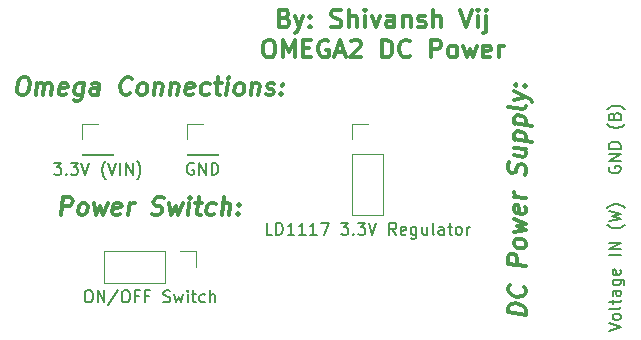
<source format=gbr>
G04 #@! TF.FileFunction,Legend,Top*
%FSLAX46Y46*%
G04 Gerber Fmt 4.6, Leading zero omitted, Abs format (unit mm)*
G04 Created by KiCad (PCBNEW 4.0.7) date 10/24/17 16:44:56*
%MOMM*%
%LPD*%
G01*
G04 APERTURE LIST*
%ADD10C,0.100000*%
%ADD11C,0.300000*%
%ADD12C,0.120000*%
%ADD13C,0.150000*%
G04 APERTURE END LIST*
D10*
D11*
X161968571Y-122158392D02*
X160468571Y-121970892D01*
X160468571Y-121613749D01*
X160540000Y-121408393D01*
X160682857Y-121283392D01*
X160825714Y-121229821D01*
X161111429Y-121194107D01*
X161325714Y-121220892D01*
X161611429Y-121328036D01*
X161754286Y-121417321D01*
X161897143Y-121578036D01*
X161968571Y-121801249D01*
X161968571Y-122158392D01*
X161825714Y-119783392D02*
X161897143Y-119863750D01*
X161968571Y-120086964D01*
X161968571Y-120229821D01*
X161897143Y-120435178D01*
X161754286Y-120560179D01*
X161611429Y-120613750D01*
X161325714Y-120649464D01*
X161111429Y-120622679D01*
X160825714Y-120515535D01*
X160682857Y-120426250D01*
X160540000Y-120265535D01*
X160468571Y-120042321D01*
X160468571Y-119899464D01*
X160540000Y-119694107D01*
X160611429Y-119631607D01*
X161968571Y-118015535D02*
X160468571Y-117828035D01*
X160468571Y-117256607D01*
X160540000Y-117122678D01*
X160611429Y-117060179D01*
X160754286Y-117006607D01*
X160968571Y-117033392D01*
X161111429Y-117122679D01*
X161182857Y-117203035D01*
X161254286Y-117354822D01*
X161254286Y-117926250D01*
X161968571Y-116301249D02*
X161897143Y-116435179D01*
X161825714Y-116497678D01*
X161682857Y-116551250D01*
X161254286Y-116497679D01*
X161111429Y-116408393D01*
X161040000Y-116328036D01*
X160968571Y-116176249D01*
X160968571Y-115961964D01*
X161040000Y-115828036D01*
X161111429Y-115765536D01*
X161254286Y-115711964D01*
X161682857Y-115765535D01*
X161825714Y-115854821D01*
X161897143Y-115935179D01*
X161968571Y-116086964D01*
X161968571Y-116301249D01*
X160968571Y-115176249D02*
X161968571Y-115015535D01*
X161254286Y-114640536D01*
X161968571Y-114444106D01*
X160968571Y-114033392D01*
X161897143Y-113006607D02*
X161968571Y-113158392D01*
X161968571Y-113444106D01*
X161897143Y-113578035D01*
X161754286Y-113631607D01*
X161182857Y-113560178D01*
X161040000Y-113470892D01*
X160968571Y-113319106D01*
X160968571Y-113033392D01*
X161040000Y-112899464D01*
X161182857Y-112845892D01*
X161325714Y-112863749D01*
X161468571Y-113595892D01*
X161968571Y-112301249D02*
X160968571Y-112176249D01*
X161254286Y-112211964D02*
X161111429Y-112122679D01*
X161040000Y-112042321D01*
X160968571Y-111890535D01*
X160968571Y-111747678D01*
X161897143Y-110292322D02*
X161968571Y-110086964D01*
X161968571Y-109729821D01*
X161897143Y-109578036D01*
X161825714Y-109497678D01*
X161682857Y-109408393D01*
X161540000Y-109390536D01*
X161397143Y-109444107D01*
X161325714Y-109506607D01*
X161254286Y-109640536D01*
X161182857Y-109917321D01*
X161111429Y-110051251D01*
X161040000Y-110113750D01*
X160897143Y-110167322D01*
X160754286Y-110149465D01*
X160611429Y-110060179D01*
X160540000Y-109979822D01*
X160468571Y-109828035D01*
X160468571Y-109470893D01*
X160540000Y-109265536D01*
X160968571Y-108033393D02*
X161968571Y-108158393D01*
X160968571Y-108676250D02*
X161754286Y-108774465D01*
X161897143Y-108720894D01*
X161968571Y-108586964D01*
X161968571Y-108372679D01*
X161897143Y-108220894D01*
X161825714Y-108140536D01*
X160968571Y-107319107D02*
X162468571Y-107506607D01*
X161040000Y-107328036D02*
X160968571Y-107176250D01*
X160968571Y-106890536D01*
X161040000Y-106756608D01*
X161111429Y-106694108D01*
X161254286Y-106640536D01*
X161682857Y-106694107D01*
X161825714Y-106783393D01*
X161897143Y-106863751D01*
X161968571Y-107015536D01*
X161968571Y-107301250D01*
X161897143Y-107435179D01*
X160968571Y-105961964D02*
X162468571Y-106149464D01*
X161040000Y-105970893D02*
X160968571Y-105819107D01*
X160968571Y-105533393D01*
X161040000Y-105399465D01*
X161111429Y-105336965D01*
X161254286Y-105283393D01*
X161682857Y-105336964D01*
X161825714Y-105426250D01*
X161897143Y-105506608D01*
X161968571Y-105658393D01*
X161968571Y-105944107D01*
X161897143Y-106078036D01*
X161968571Y-104515535D02*
X161897143Y-104649465D01*
X161754286Y-104703036D01*
X160468571Y-104542321D01*
X160968571Y-103961964D02*
X161968571Y-103729821D01*
X160968571Y-103247679D02*
X161968571Y-103729821D01*
X162325714Y-103917322D01*
X162397143Y-103997679D01*
X162468571Y-104149464D01*
X161825714Y-102783393D02*
X161897143Y-102720894D01*
X161968571Y-102801250D01*
X161897143Y-102863751D01*
X161825714Y-102783393D01*
X161968571Y-102801250D01*
X161040000Y-102685179D02*
X161111429Y-102622680D01*
X161182857Y-102703036D01*
X161111429Y-102765537D01*
X161040000Y-102685179D01*
X161182857Y-102703036D01*
X122590179Y-113708571D02*
X122777679Y-112208571D01*
X123349107Y-112208571D01*
X123483036Y-112280000D01*
X123545535Y-112351429D01*
X123599107Y-112494286D01*
X123572322Y-112708571D01*
X123483035Y-112851429D01*
X123402679Y-112922857D01*
X123250892Y-112994286D01*
X122679464Y-112994286D01*
X124304465Y-113708571D02*
X124170535Y-113637143D01*
X124108036Y-113565714D01*
X124054464Y-113422857D01*
X124108035Y-112994286D01*
X124197321Y-112851429D01*
X124277678Y-112780000D01*
X124429465Y-112708571D01*
X124643750Y-112708571D01*
X124777678Y-112780000D01*
X124840178Y-112851429D01*
X124893750Y-112994286D01*
X124840179Y-113422857D01*
X124750893Y-113565714D01*
X124670535Y-113637143D01*
X124518750Y-113708571D01*
X124304465Y-113708571D01*
X125429465Y-112708571D02*
X125590179Y-113708571D01*
X125965178Y-112994286D01*
X126161608Y-113708571D01*
X126572322Y-112708571D01*
X127599107Y-113637143D02*
X127447322Y-113708571D01*
X127161608Y-113708571D01*
X127027679Y-113637143D01*
X126974107Y-113494286D01*
X127045536Y-112922857D01*
X127134822Y-112780000D01*
X127286608Y-112708571D01*
X127572322Y-112708571D01*
X127706250Y-112780000D01*
X127759822Y-112922857D01*
X127741965Y-113065714D01*
X127009822Y-113208571D01*
X128304465Y-113708571D02*
X128429465Y-112708571D01*
X128393750Y-112994286D02*
X128483035Y-112851429D01*
X128563393Y-112780000D01*
X128715179Y-112708571D01*
X128858036Y-112708571D01*
X130313392Y-113637143D02*
X130518750Y-113708571D01*
X130875893Y-113708571D01*
X131027678Y-113637143D01*
X131108036Y-113565714D01*
X131197321Y-113422857D01*
X131215178Y-113280000D01*
X131161607Y-113137143D01*
X131099107Y-113065714D01*
X130965178Y-112994286D01*
X130688393Y-112922857D01*
X130554463Y-112851429D01*
X130491964Y-112780000D01*
X130438392Y-112637143D01*
X130456249Y-112494286D01*
X130545535Y-112351429D01*
X130625892Y-112280000D01*
X130777679Y-112208571D01*
X131134821Y-112208571D01*
X131340178Y-112280000D01*
X131786607Y-112708571D02*
X131947321Y-113708571D01*
X132322320Y-112994286D01*
X132518750Y-113708571D01*
X132929464Y-112708571D01*
X133375893Y-113708571D02*
X133500893Y-112708571D01*
X133563393Y-112208571D02*
X133483035Y-112280000D01*
X133545535Y-112351429D01*
X133625892Y-112280000D01*
X133563393Y-112208571D01*
X133545535Y-112351429D01*
X134000893Y-112708571D02*
X134572322Y-112708571D01*
X134277679Y-112208571D02*
X134116964Y-113494286D01*
X134170535Y-113637143D01*
X134304465Y-113708571D01*
X134447322Y-113708571D01*
X135599107Y-113637143D02*
X135447322Y-113708571D01*
X135161608Y-113708571D01*
X135027678Y-113637143D01*
X134965179Y-113565714D01*
X134911607Y-113422857D01*
X134965178Y-112994286D01*
X135054464Y-112851429D01*
X135134821Y-112780000D01*
X135286608Y-112708571D01*
X135572322Y-112708571D01*
X135706250Y-112780000D01*
X136233036Y-113708571D02*
X136420536Y-112208571D01*
X136875893Y-113708571D02*
X136974107Y-112922857D01*
X136920535Y-112780000D01*
X136786607Y-112708571D01*
X136572322Y-112708571D01*
X136420535Y-112780000D01*
X136340178Y-112851429D01*
X137608036Y-113565714D02*
X137670535Y-113637143D01*
X137590179Y-113708571D01*
X137527678Y-113637143D01*
X137608036Y-113565714D01*
X137590179Y-113708571D01*
X137706250Y-112780000D02*
X137768749Y-112851429D01*
X137688393Y-112922857D01*
X137625892Y-112851429D01*
X137706250Y-112780000D01*
X137688393Y-112922857D01*
X119384821Y-102048571D02*
X119670535Y-102048571D01*
X119804464Y-102120000D01*
X119929464Y-102262857D01*
X119965178Y-102548571D01*
X119902678Y-103048571D01*
X119795535Y-103334286D01*
X119634821Y-103477143D01*
X119483035Y-103548571D01*
X119197321Y-103548571D01*
X119063392Y-103477143D01*
X118938392Y-103334286D01*
X118902678Y-103048571D01*
X118965178Y-102548571D01*
X119072321Y-102262857D01*
X119233035Y-102120000D01*
X119384821Y-102048571D01*
X120483036Y-103548571D02*
X120608036Y-102548571D01*
X120590178Y-102691429D02*
X120670535Y-102620000D01*
X120822322Y-102548571D01*
X121036607Y-102548571D01*
X121170535Y-102620000D01*
X121224107Y-102762857D01*
X121125893Y-103548571D01*
X121224107Y-102762857D02*
X121313393Y-102620000D01*
X121465179Y-102548571D01*
X121679464Y-102548571D01*
X121813393Y-102620000D01*
X121866964Y-102762857D01*
X121768750Y-103548571D01*
X123063392Y-103477143D02*
X122911607Y-103548571D01*
X122625893Y-103548571D01*
X122491964Y-103477143D01*
X122438392Y-103334286D01*
X122509821Y-102762857D01*
X122599107Y-102620000D01*
X122750893Y-102548571D01*
X123036607Y-102548571D01*
X123170535Y-102620000D01*
X123224107Y-102762857D01*
X123206250Y-102905714D01*
X122474107Y-103048571D01*
X124536607Y-102548571D02*
X124384821Y-103762857D01*
X124295535Y-103905714D01*
X124215178Y-103977143D01*
X124063393Y-104048571D01*
X123849107Y-104048571D01*
X123715178Y-103977143D01*
X124420535Y-103477143D02*
X124268750Y-103548571D01*
X123983036Y-103548571D01*
X123849106Y-103477143D01*
X123786607Y-103405714D01*
X123733035Y-103262857D01*
X123786606Y-102834286D01*
X123875892Y-102691429D01*
X123956249Y-102620000D01*
X124108036Y-102548571D01*
X124393750Y-102548571D01*
X124527678Y-102620000D01*
X125768750Y-103548571D02*
X125866964Y-102762857D01*
X125813392Y-102620000D01*
X125679464Y-102548571D01*
X125393750Y-102548571D01*
X125241964Y-102620000D01*
X125777678Y-103477143D02*
X125625893Y-103548571D01*
X125268750Y-103548571D01*
X125134821Y-103477143D01*
X125081249Y-103334286D01*
X125099106Y-103191429D01*
X125188393Y-103048571D01*
X125340178Y-102977143D01*
X125697321Y-102977143D01*
X125849107Y-102905714D01*
X128500893Y-103405714D02*
X128420535Y-103477143D01*
X128197321Y-103548571D01*
X128054464Y-103548571D01*
X127849107Y-103477143D01*
X127724106Y-103334286D01*
X127670535Y-103191429D01*
X127634821Y-102905714D01*
X127661606Y-102691429D01*
X127768750Y-102405714D01*
X127858035Y-102262857D01*
X128018750Y-102120000D01*
X128241964Y-102048571D01*
X128384821Y-102048571D01*
X128590178Y-102120000D01*
X128652678Y-102191429D01*
X129340179Y-103548571D02*
X129206249Y-103477143D01*
X129143750Y-103405714D01*
X129090178Y-103262857D01*
X129143749Y-102834286D01*
X129233035Y-102691429D01*
X129313392Y-102620000D01*
X129465179Y-102548571D01*
X129679464Y-102548571D01*
X129813392Y-102620000D01*
X129875892Y-102691429D01*
X129929464Y-102834286D01*
X129875893Y-103262857D01*
X129786607Y-103405714D01*
X129706249Y-103477143D01*
X129554464Y-103548571D01*
X129340179Y-103548571D01*
X130608036Y-102548571D02*
X130483036Y-103548571D01*
X130590178Y-102691429D02*
X130670535Y-102620000D01*
X130822322Y-102548571D01*
X131036607Y-102548571D01*
X131170535Y-102620000D01*
X131224107Y-102762857D01*
X131125893Y-103548571D01*
X131965179Y-102548571D02*
X131840179Y-103548571D01*
X131947321Y-102691429D02*
X132027678Y-102620000D01*
X132179465Y-102548571D01*
X132393750Y-102548571D01*
X132527678Y-102620000D01*
X132581250Y-102762857D01*
X132483036Y-103548571D01*
X133777678Y-103477143D02*
X133625893Y-103548571D01*
X133340179Y-103548571D01*
X133206250Y-103477143D01*
X133152678Y-103334286D01*
X133224107Y-102762857D01*
X133313393Y-102620000D01*
X133465179Y-102548571D01*
X133750893Y-102548571D01*
X133884821Y-102620000D01*
X133938393Y-102762857D01*
X133920536Y-102905714D01*
X133188393Y-103048571D01*
X135134821Y-103477143D02*
X134983036Y-103548571D01*
X134697322Y-103548571D01*
X134563392Y-103477143D01*
X134500893Y-103405714D01*
X134447321Y-103262857D01*
X134500892Y-102834286D01*
X134590178Y-102691429D01*
X134670535Y-102620000D01*
X134822322Y-102548571D01*
X135108036Y-102548571D01*
X135241964Y-102620000D01*
X135679464Y-102548571D02*
X136250893Y-102548571D01*
X135956250Y-102048571D02*
X135795535Y-103334286D01*
X135849106Y-103477143D01*
X135983036Y-103548571D01*
X136125893Y-103548571D01*
X136625893Y-103548571D02*
X136750893Y-102548571D01*
X136813393Y-102048571D02*
X136733035Y-102120000D01*
X136795535Y-102191429D01*
X136875892Y-102120000D01*
X136813393Y-102048571D01*
X136795535Y-102191429D01*
X137554465Y-103548571D02*
X137420535Y-103477143D01*
X137358036Y-103405714D01*
X137304464Y-103262857D01*
X137358035Y-102834286D01*
X137447321Y-102691429D01*
X137527678Y-102620000D01*
X137679465Y-102548571D01*
X137893750Y-102548571D01*
X138027678Y-102620000D01*
X138090178Y-102691429D01*
X138143750Y-102834286D01*
X138090179Y-103262857D01*
X138000893Y-103405714D01*
X137920535Y-103477143D01*
X137768750Y-103548571D01*
X137554465Y-103548571D01*
X138822322Y-102548571D02*
X138697322Y-103548571D01*
X138804464Y-102691429D02*
X138884821Y-102620000D01*
X139036608Y-102548571D01*
X139250893Y-102548571D01*
X139384821Y-102620000D01*
X139438393Y-102762857D01*
X139340179Y-103548571D01*
X139991964Y-103477143D02*
X140125893Y-103548571D01*
X140411608Y-103548571D01*
X140563393Y-103477143D01*
X140652678Y-103334286D01*
X140661607Y-103262857D01*
X140608036Y-103120000D01*
X140474108Y-103048571D01*
X140259822Y-103048571D01*
X140125893Y-102977143D01*
X140072321Y-102834286D01*
X140081250Y-102762857D01*
X140170536Y-102620000D01*
X140322322Y-102548571D01*
X140536608Y-102548571D01*
X140670536Y-102620000D01*
X141286608Y-103405714D02*
X141349107Y-103477143D01*
X141268751Y-103548571D01*
X141206250Y-103477143D01*
X141286608Y-103405714D01*
X141268751Y-103548571D01*
X141384822Y-102620000D02*
X141447321Y-102691429D01*
X141366965Y-102762857D01*
X141304464Y-102691429D01*
X141384822Y-102620000D01*
X141366965Y-102762857D01*
X141574286Y-97042857D02*
X141788572Y-97114286D01*
X141860000Y-97185714D01*
X141931429Y-97328571D01*
X141931429Y-97542857D01*
X141860000Y-97685714D01*
X141788572Y-97757143D01*
X141645714Y-97828571D01*
X141074286Y-97828571D01*
X141074286Y-96328571D01*
X141574286Y-96328571D01*
X141717143Y-96400000D01*
X141788572Y-96471429D01*
X141860000Y-96614286D01*
X141860000Y-96757143D01*
X141788572Y-96900000D01*
X141717143Y-96971429D01*
X141574286Y-97042857D01*
X141074286Y-97042857D01*
X142431429Y-96828571D02*
X142788572Y-97828571D01*
X143145714Y-96828571D02*
X142788572Y-97828571D01*
X142645714Y-98185714D01*
X142574286Y-98257143D01*
X142431429Y-98328571D01*
X143717143Y-97685714D02*
X143788571Y-97757143D01*
X143717143Y-97828571D01*
X143645714Y-97757143D01*
X143717143Y-97685714D01*
X143717143Y-97828571D01*
X143717143Y-96900000D02*
X143788571Y-96971429D01*
X143717143Y-97042857D01*
X143645714Y-96971429D01*
X143717143Y-96900000D01*
X143717143Y-97042857D01*
X145502857Y-97757143D02*
X145717143Y-97828571D01*
X146074286Y-97828571D01*
X146217143Y-97757143D01*
X146288572Y-97685714D01*
X146360000Y-97542857D01*
X146360000Y-97400000D01*
X146288572Y-97257143D01*
X146217143Y-97185714D01*
X146074286Y-97114286D01*
X145788572Y-97042857D01*
X145645714Y-96971429D01*
X145574286Y-96900000D01*
X145502857Y-96757143D01*
X145502857Y-96614286D01*
X145574286Y-96471429D01*
X145645714Y-96400000D01*
X145788572Y-96328571D01*
X146145714Y-96328571D01*
X146360000Y-96400000D01*
X147002857Y-97828571D02*
X147002857Y-96328571D01*
X147645714Y-97828571D02*
X147645714Y-97042857D01*
X147574285Y-96900000D01*
X147431428Y-96828571D01*
X147217143Y-96828571D01*
X147074285Y-96900000D01*
X147002857Y-96971429D01*
X148360000Y-97828571D02*
X148360000Y-96828571D01*
X148360000Y-96328571D02*
X148288571Y-96400000D01*
X148360000Y-96471429D01*
X148431428Y-96400000D01*
X148360000Y-96328571D01*
X148360000Y-96471429D01*
X148931429Y-96828571D02*
X149288572Y-97828571D01*
X149645714Y-96828571D01*
X150860000Y-97828571D02*
X150860000Y-97042857D01*
X150788571Y-96900000D01*
X150645714Y-96828571D01*
X150360000Y-96828571D01*
X150217143Y-96900000D01*
X150860000Y-97757143D02*
X150717143Y-97828571D01*
X150360000Y-97828571D01*
X150217143Y-97757143D01*
X150145714Y-97614286D01*
X150145714Y-97471429D01*
X150217143Y-97328571D01*
X150360000Y-97257143D01*
X150717143Y-97257143D01*
X150860000Y-97185714D01*
X151574286Y-96828571D02*
X151574286Y-97828571D01*
X151574286Y-96971429D02*
X151645714Y-96900000D01*
X151788572Y-96828571D01*
X152002857Y-96828571D01*
X152145714Y-96900000D01*
X152217143Y-97042857D01*
X152217143Y-97828571D01*
X152860000Y-97757143D02*
X153002857Y-97828571D01*
X153288572Y-97828571D01*
X153431429Y-97757143D01*
X153502857Y-97614286D01*
X153502857Y-97542857D01*
X153431429Y-97400000D01*
X153288572Y-97328571D01*
X153074286Y-97328571D01*
X152931429Y-97257143D01*
X152860000Y-97114286D01*
X152860000Y-97042857D01*
X152931429Y-96900000D01*
X153074286Y-96828571D01*
X153288572Y-96828571D01*
X153431429Y-96900000D01*
X154145715Y-97828571D02*
X154145715Y-96328571D01*
X154788572Y-97828571D02*
X154788572Y-97042857D01*
X154717143Y-96900000D01*
X154574286Y-96828571D01*
X154360001Y-96828571D01*
X154217143Y-96900000D01*
X154145715Y-96971429D01*
X156431429Y-96328571D02*
X156931429Y-97828571D01*
X157431429Y-96328571D01*
X157931429Y-97828571D02*
X157931429Y-96828571D01*
X157931429Y-96328571D02*
X157860000Y-96400000D01*
X157931429Y-96471429D01*
X158002857Y-96400000D01*
X157931429Y-96328571D01*
X157931429Y-96471429D01*
X158645715Y-96828571D02*
X158645715Y-98114286D01*
X158574286Y-98257143D01*
X158431429Y-98328571D01*
X158360001Y-98328571D01*
X158645715Y-96328571D02*
X158574286Y-96400000D01*
X158645715Y-96471429D01*
X158717143Y-96400000D01*
X158645715Y-96328571D01*
X158645715Y-96471429D01*
X140110000Y-98878571D02*
X140395714Y-98878571D01*
X140538572Y-98950000D01*
X140681429Y-99092857D01*
X140752857Y-99378571D01*
X140752857Y-99878571D01*
X140681429Y-100164286D01*
X140538572Y-100307143D01*
X140395714Y-100378571D01*
X140110000Y-100378571D01*
X139967143Y-100307143D01*
X139824286Y-100164286D01*
X139752857Y-99878571D01*
X139752857Y-99378571D01*
X139824286Y-99092857D01*
X139967143Y-98950000D01*
X140110000Y-98878571D01*
X141395715Y-100378571D02*
X141395715Y-98878571D01*
X141895715Y-99950000D01*
X142395715Y-98878571D01*
X142395715Y-100378571D01*
X143110001Y-99592857D02*
X143610001Y-99592857D01*
X143824287Y-100378571D02*
X143110001Y-100378571D01*
X143110001Y-98878571D01*
X143824287Y-98878571D01*
X145252858Y-98950000D02*
X145110001Y-98878571D01*
X144895715Y-98878571D01*
X144681430Y-98950000D01*
X144538572Y-99092857D01*
X144467144Y-99235714D01*
X144395715Y-99521429D01*
X144395715Y-99735714D01*
X144467144Y-100021429D01*
X144538572Y-100164286D01*
X144681430Y-100307143D01*
X144895715Y-100378571D01*
X145038572Y-100378571D01*
X145252858Y-100307143D01*
X145324287Y-100235714D01*
X145324287Y-99735714D01*
X145038572Y-99735714D01*
X145895715Y-99950000D02*
X146610001Y-99950000D01*
X145752858Y-100378571D02*
X146252858Y-98878571D01*
X146752858Y-100378571D01*
X147181429Y-99021429D02*
X147252858Y-98950000D01*
X147395715Y-98878571D01*
X147752858Y-98878571D01*
X147895715Y-98950000D01*
X147967144Y-99021429D01*
X148038572Y-99164286D01*
X148038572Y-99307143D01*
X147967144Y-99521429D01*
X147110001Y-100378571D01*
X148038572Y-100378571D01*
X149824286Y-100378571D02*
X149824286Y-98878571D01*
X150181429Y-98878571D01*
X150395714Y-98950000D01*
X150538572Y-99092857D01*
X150610000Y-99235714D01*
X150681429Y-99521429D01*
X150681429Y-99735714D01*
X150610000Y-100021429D01*
X150538572Y-100164286D01*
X150395714Y-100307143D01*
X150181429Y-100378571D01*
X149824286Y-100378571D01*
X152181429Y-100235714D02*
X152110000Y-100307143D01*
X151895714Y-100378571D01*
X151752857Y-100378571D01*
X151538572Y-100307143D01*
X151395714Y-100164286D01*
X151324286Y-100021429D01*
X151252857Y-99735714D01*
X151252857Y-99521429D01*
X151324286Y-99235714D01*
X151395714Y-99092857D01*
X151538572Y-98950000D01*
X151752857Y-98878571D01*
X151895714Y-98878571D01*
X152110000Y-98950000D01*
X152181429Y-99021429D01*
X153967143Y-100378571D02*
X153967143Y-98878571D01*
X154538571Y-98878571D01*
X154681429Y-98950000D01*
X154752857Y-99021429D01*
X154824286Y-99164286D01*
X154824286Y-99378571D01*
X154752857Y-99521429D01*
X154681429Y-99592857D01*
X154538571Y-99664286D01*
X153967143Y-99664286D01*
X155681429Y-100378571D02*
X155538571Y-100307143D01*
X155467143Y-100235714D01*
X155395714Y-100092857D01*
X155395714Y-99664286D01*
X155467143Y-99521429D01*
X155538571Y-99450000D01*
X155681429Y-99378571D01*
X155895714Y-99378571D01*
X156038571Y-99450000D01*
X156110000Y-99521429D01*
X156181429Y-99664286D01*
X156181429Y-100092857D01*
X156110000Y-100235714D01*
X156038571Y-100307143D01*
X155895714Y-100378571D01*
X155681429Y-100378571D01*
X156681429Y-99378571D02*
X156967143Y-100378571D01*
X157252857Y-99664286D01*
X157538572Y-100378571D01*
X157824286Y-99378571D01*
X158967143Y-100307143D02*
X158824286Y-100378571D01*
X158538572Y-100378571D01*
X158395715Y-100307143D01*
X158324286Y-100164286D01*
X158324286Y-99592857D01*
X158395715Y-99450000D01*
X158538572Y-99378571D01*
X158824286Y-99378571D01*
X158967143Y-99450000D01*
X159038572Y-99592857D01*
X159038572Y-99735714D01*
X158324286Y-99878571D01*
X159681429Y-100378571D02*
X159681429Y-99378571D01*
X159681429Y-99664286D02*
X159752857Y-99521429D01*
X159824286Y-99450000D01*
X159967143Y-99378571D01*
X160110000Y-99378571D01*
D12*
X133290000Y-108585000D02*
X133290000Y-108645000D01*
X133290000Y-108645000D02*
X135950000Y-108645000D01*
X135950000Y-108645000D02*
X135950000Y-108585000D01*
X135950000Y-108585000D02*
X133290000Y-108585000D01*
X133290000Y-107315000D02*
X133290000Y-105985000D01*
X133290000Y-105985000D02*
X134620000Y-105985000D01*
X124400000Y-108585000D02*
X124400000Y-108645000D01*
X124400000Y-108645000D02*
X127060000Y-108645000D01*
X127060000Y-108645000D02*
X127060000Y-108585000D01*
X127060000Y-108585000D02*
X124400000Y-108585000D01*
X124400000Y-107315000D02*
X124400000Y-105985000D01*
X124400000Y-105985000D02*
X125730000Y-105985000D01*
X131445000Y-116780000D02*
X126305000Y-116780000D01*
X126305000Y-116780000D02*
X126305000Y-119440000D01*
X126305000Y-119440000D02*
X131445000Y-119440000D01*
X131445000Y-119440000D02*
X131445000Y-116780000D01*
X132715000Y-116780000D02*
X134045000Y-116780000D01*
X134045000Y-116780000D02*
X134045000Y-118110000D01*
X147260000Y-108585000D02*
X147260000Y-113725000D01*
X147260000Y-113725000D02*
X149920000Y-113725000D01*
X149920000Y-113725000D02*
X149920000Y-108585000D01*
X149920000Y-108585000D02*
X147260000Y-108585000D01*
X147260000Y-107315000D02*
X147260000Y-105985000D01*
X147260000Y-105985000D02*
X148590000Y-105985000D01*
D13*
X168997381Y-123538572D02*
X169997381Y-123205239D01*
X168997381Y-122871905D01*
X169997381Y-122395715D02*
X169949762Y-122490953D01*
X169902143Y-122538572D01*
X169806905Y-122586191D01*
X169521190Y-122586191D01*
X169425952Y-122538572D01*
X169378333Y-122490953D01*
X169330714Y-122395715D01*
X169330714Y-122252857D01*
X169378333Y-122157619D01*
X169425952Y-122110000D01*
X169521190Y-122062381D01*
X169806905Y-122062381D01*
X169902143Y-122110000D01*
X169949762Y-122157619D01*
X169997381Y-122252857D01*
X169997381Y-122395715D01*
X169997381Y-121490953D02*
X169949762Y-121586191D01*
X169854524Y-121633810D01*
X168997381Y-121633810D01*
X169330714Y-121252857D02*
X169330714Y-120871905D01*
X168997381Y-121110000D02*
X169854524Y-121110000D01*
X169949762Y-121062381D01*
X169997381Y-120967143D01*
X169997381Y-120871905D01*
X169997381Y-120109999D02*
X169473571Y-120109999D01*
X169378333Y-120157618D01*
X169330714Y-120252856D01*
X169330714Y-120443333D01*
X169378333Y-120538571D01*
X169949762Y-120109999D02*
X169997381Y-120205237D01*
X169997381Y-120443333D01*
X169949762Y-120538571D01*
X169854524Y-120586190D01*
X169759286Y-120586190D01*
X169664048Y-120538571D01*
X169616429Y-120443333D01*
X169616429Y-120205237D01*
X169568810Y-120109999D01*
X169330714Y-119205237D02*
X170140238Y-119205237D01*
X170235476Y-119252856D01*
X170283095Y-119300475D01*
X170330714Y-119395714D01*
X170330714Y-119538571D01*
X170283095Y-119633809D01*
X169949762Y-119205237D02*
X169997381Y-119300475D01*
X169997381Y-119490952D01*
X169949762Y-119586190D01*
X169902143Y-119633809D01*
X169806905Y-119681428D01*
X169521190Y-119681428D01*
X169425952Y-119633809D01*
X169378333Y-119586190D01*
X169330714Y-119490952D01*
X169330714Y-119300475D01*
X169378333Y-119205237D01*
X169949762Y-118348094D02*
X169997381Y-118443332D01*
X169997381Y-118633809D01*
X169949762Y-118729047D01*
X169854524Y-118776666D01*
X169473571Y-118776666D01*
X169378333Y-118729047D01*
X169330714Y-118633809D01*
X169330714Y-118443332D01*
X169378333Y-118348094D01*
X169473571Y-118300475D01*
X169568810Y-118300475D01*
X169664048Y-118776666D01*
X169997381Y-117109999D02*
X168997381Y-117109999D01*
X169997381Y-116633809D02*
X168997381Y-116633809D01*
X169997381Y-116062380D01*
X168997381Y-116062380D01*
X170378333Y-114538570D02*
X170330714Y-114586190D01*
X170187857Y-114681428D01*
X170092619Y-114729047D01*
X169949762Y-114776666D01*
X169711667Y-114824285D01*
X169521190Y-114824285D01*
X169283095Y-114776666D01*
X169140238Y-114729047D01*
X169045000Y-114681428D01*
X168902143Y-114586190D01*
X168854524Y-114538570D01*
X168997381Y-114252856D02*
X169997381Y-114014761D01*
X169283095Y-113824284D01*
X169997381Y-113633808D01*
X168997381Y-113395713D01*
X170378333Y-113109999D02*
X170330714Y-113062380D01*
X170187857Y-112967142D01*
X170092619Y-112919523D01*
X169949762Y-112871904D01*
X169711667Y-112824285D01*
X169521190Y-112824285D01*
X169283095Y-112871904D01*
X169140238Y-112919523D01*
X169045000Y-112967142D01*
X168902143Y-113062380D01*
X168854524Y-113109999D01*
X133858096Y-109355000D02*
X133762858Y-109307381D01*
X133620001Y-109307381D01*
X133477143Y-109355000D01*
X133381905Y-109450238D01*
X133334286Y-109545476D01*
X133286667Y-109735952D01*
X133286667Y-109878810D01*
X133334286Y-110069286D01*
X133381905Y-110164524D01*
X133477143Y-110259762D01*
X133620001Y-110307381D01*
X133715239Y-110307381D01*
X133858096Y-110259762D01*
X133905715Y-110212143D01*
X133905715Y-109878810D01*
X133715239Y-109878810D01*
X134334286Y-110307381D02*
X134334286Y-109307381D01*
X134905715Y-110307381D01*
X134905715Y-109307381D01*
X135381905Y-110307381D02*
X135381905Y-109307381D01*
X135620000Y-109307381D01*
X135762858Y-109355000D01*
X135858096Y-109450238D01*
X135905715Y-109545476D01*
X135953334Y-109735952D01*
X135953334Y-109878810D01*
X135905715Y-110069286D01*
X135858096Y-110164524D01*
X135762858Y-110259762D01*
X135620000Y-110307381D01*
X135381905Y-110307381D01*
X122015714Y-109307381D02*
X122634762Y-109307381D01*
X122301428Y-109688333D01*
X122444286Y-109688333D01*
X122539524Y-109735952D01*
X122587143Y-109783571D01*
X122634762Y-109878810D01*
X122634762Y-110116905D01*
X122587143Y-110212143D01*
X122539524Y-110259762D01*
X122444286Y-110307381D01*
X122158571Y-110307381D01*
X122063333Y-110259762D01*
X122015714Y-110212143D01*
X123063333Y-110212143D02*
X123110952Y-110259762D01*
X123063333Y-110307381D01*
X123015714Y-110259762D01*
X123063333Y-110212143D01*
X123063333Y-110307381D01*
X123444285Y-109307381D02*
X124063333Y-109307381D01*
X123729999Y-109688333D01*
X123872857Y-109688333D01*
X123968095Y-109735952D01*
X124015714Y-109783571D01*
X124063333Y-109878810D01*
X124063333Y-110116905D01*
X124015714Y-110212143D01*
X123968095Y-110259762D01*
X123872857Y-110307381D01*
X123587142Y-110307381D01*
X123491904Y-110259762D01*
X123444285Y-110212143D01*
X124349047Y-109307381D02*
X124682380Y-110307381D01*
X125015714Y-109307381D01*
X126396667Y-110688333D02*
X126349047Y-110640714D01*
X126253809Y-110497857D01*
X126206190Y-110402619D01*
X126158571Y-110259762D01*
X126110952Y-110021667D01*
X126110952Y-109831190D01*
X126158571Y-109593095D01*
X126206190Y-109450238D01*
X126253809Y-109355000D01*
X126349047Y-109212143D01*
X126396667Y-109164524D01*
X126634762Y-109307381D02*
X126968095Y-110307381D01*
X127301429Y-109307381D01*
X127634762Y-110307381D02*
X127634762Y-109307381D01*
X128110952Y-110307381D02*
X128110952Y-109307381D01*
X128682381Y-110307381D01*
X128682381Y-109307381D01*
X129063333Y-110688333D02*
X129110952Y-110640714D01*
X129206190Y-110497857D01*
X129253809Y-110402619D01*
X129301428Y-110259762D01*
X129349047Y-110021667D01*
X129349047Y-109831190D01*
X129301428Y-109593095D01*
X129253809Y-109450238D01*
X129206190Y-109355000D01*
X129110952Y-109212143D01*
X129063333Y-109164524D01*
X169045000Y-109624524D02*
X168997381Y-109719762D01*
X168997381Y-109862619D01*
X169045000Y-110005477D01*
X169140238Y-110100715D01*
X169235476Y-110148334D01*
X169425952Y-110195953D01*
X169568810Y-110195953D01*
X169759286Y-110148334D01*
X169854524Y-110100715D01*
X169949762Y-110005477D01*
X169997381Y-109862619D01*
X169997381Y-109767381D01*
X169949762Y-109624524D01*
X169902143Y-109576905D01*
X169568810Y-109576905D01*
X169568810Y-109767381D01*
X169997381Y-109148334D02*
X168997381Y-109148334D01*
X169997381Y-108576905D01*
X168997381Y-108576905D01*
X169997381Y-108100715D02*
X168997381Y-108100715D01*
X168997381Y-107862620D01*
X169045000Y-107719762D01*
X169140238Y-107624524D01*
X169235476Y-107576905D01*
X169425952Y-107529286D01*
X169568810Y-107529286D01*
X169759286Y-107576905D01*
X169854524Y-107624524D01*
X169949762Y-107719762D01*
X169997381Y-107862620D01*
X169997381Y-108100715D01*
X170378333Y-106053095D02*
X170330714Y-106100715D01*
X170187857Y-106195953D01*
X170092619Y-106243572D01*
X169949762Y-106291191D01*
X169711667Y-106338810D01*
X169521190Y-106338810D01*
X169283095Y-106291191D01*
X169140238Y-106243572D01*
X169045000Y-106195953D01*
X168902143Y-106100715D01*
X168854524Y-106053095D01*
X169473571Y-105338809D02*
X169521190Y-105195952D01*
X169568810Y-105148333D01*
X169664048Y-105100714D01*
X169806905Y-105100714D01*
X169902143Y-105148333D01*
X169949762Y-105195952D01*
X169997381Y-105291190D01*
X169997381Y-105672143D01*
X168997381Y-105672143D01*
X168997381Y-105338809D01*
X169045000Y-105243571D01*
X169092619Y-105195952D01*
X169187857Y-105148333D01*
X169283095Y-105148333D01*
X169378333Y-105195952D01*
X169425952Y-105243571D01*
X169473571Y-105338809D01*
X169473571Y-105672143D01*
X170378333Y-104767381D02*
X170330714Y-104719762D01*
X170187857Y-104624524D01*
X170092619Y-104576905D01*
X169949762Y-104529286D01*
X169711667Y-104481667D01*
X169521190Y-104481667D01*
X169283095Y-104529286D01*
X169140238Y-104576905D01*
X169045000Y-104624524D01*
X168902143Y-104719762D01*
X168854524Y-104767381D01*
X124865476Y-120102381D02*
X125055953Y-120102381D01*
X125151191Y-120150000D01*
X125246429Y-120245238D01*
X125294048Y-120435714D01*
X125294048Y-120769048D01*
X125246429Y-120959524D01*
X125151191Y-121054762D01*
X125055953Y-121102381D01*
X124865476Y-121102381D01*
X124770238Y-121054762D01*
X124675000Y-120959524D01*
X124627381Y-120769048D01*
X124627381Y-120435714D01*
X124675000Y-120245238D01*
X124770238Y-120150000D01*
X124865476Y-120102381D01*
X125722619Y-121102381D02*
X125722619Y-120102381D01*
X126294048Y-121102381D01*
X126294048Y-120102381D01*
X127484524Y-120054762D02*
X126627381Y-121340476D01*
X128008333Y-120102381D02*
X128198810Y-120102381D01*
X128294048Y-120150000D01*
X128389286Y-120245238D01*
X128436905Y-120435714D01*
X128436905Y-120769048D01*
X128389286Y-120959524D01*
X128294048Y-121054762D01*
X128198810Y-121102381D01*
X128008333Y-121102381D01*
X127913095Y-121054762D01*
X127817857Y-120959524D01*
X127770238Y-120769048D01*
X127770238Y-120435714D01*
X127817857Y-120245238D01*
X127913095Y-120150000D01*
X128008333Y-120102381D01*
X129198810Y-120578571D02*
X128865476Y-120578571D01*
X128865476Y-121102381D02*
X128865476Y-120102381D01*
X129341667Y-120102381D01*
X130055953Y-120578571D02*
X129722619Y-120578571D01*
X129722619Y-121102381D02*
X129722619Y-120102381D01*
X130198810Y-120102381D01*
X131294048Y-121054762D02*
X131436905Y-121102381D01*
X131675001Y-121102381D01*
X131770239Y-121054762D01*
X131817858Y-121007143D01*
X131865477Y-120911905D01*
X131865477Y-120816667D01*
X131817858Y-120721429D01*
X131770239Y-120673810D01*
X131675001Y-120626190D01*
X131484524Y-120578571D01*
X131389286Y-120530952D01*
X131341667Y-120483333D01*
X131294048Y-120388095D01*
X131294048Y-120292857D01*
X131341667Y-120197619D01*
X131389286Y-120150000D01*
X131484524Y-120102381D01*
X131722620Y-120102381D01*
X131865477Y-120150000D01*
X132198810Y-120435714D02*
X132389286Y-121102381D01*
X132579763Y-120626190D01*
X132770239Y-121102381D01*
X132960715Y-120435714D01*
X133341667Y-121102381D02*
X133341667Y-120435714D01*
X133341667Y-120102381D02*
X133294048Y-120150000D01*
X133341667Y-120197619D01*
X133389286Y-120150000D01*
X133341667Y-120102381D01*
X133341667Y-120197619D01*
X133675000Y-120435714D02*
X134055952Y-120435714D01*
X133817857Y-120102381D02*
X133817857Y-120959524D01*
X133865476Y-121054762D01*
X133960714Y-121102381D01*
X134055952Y-121102381D01*
X134817858Y-121054762D02*
X134722620Y-121102381D01*
X134532143Y-121102381D01*
X134436905Y-121054762D01*
X134389286Y-121007143D01*
X134341667Y-120911905D01*
X134341667Y-120626190D01*
X134389286Y-120530952D01*
X134436905Y-120483333D01*
X134532143Y-120435714D01*
X134722620Y-120435714D01*
X134817858Y-120483333D01*
X135246429Y-121102381D02*
X135246429Y-120102381D01*
X135675001Y-121102381D02*
X135675001Y-120578571D01*
X135627382Y-120483333D01*
X135532144Y-120435714D01*
X135389286Y-120435714D01*
X135294048Y-120483333D01*
X135246429Y-120530952D01*
X140518571Y-115387381D02*
X140042380Y-115387381D01*
X140042380Y-114387381D01*
X140851904Y-115387381D02*
X140851904Y-114387381D01*
X141089999Y-114387381D01*
X141232857Y-114435000D01*
X141328095Y-114530238D01*
X141375714Y-114625476D01*
X141423333Y-114815952D01*
X141423333Y-114958810D01*
X141375714Y-115149286D01*
X141328095Y-115244524D01*
X141232857Y-115339762D01*
X141089999Y-115387381D01*
X140851904Y-115387381D01*
X142375714Y-115387381D02*
X141804285Y-115387381D01*
X142089999Y-115387381D02*
X142089999Y-114387381D01*
X141994761Y-114530238D01*
X141899523Y-114625476D01*
X141804285Y-114673095D01*
X143328095Y-115387381D02*
X142756666Y-115387381D01*
X143042380Y-115387381D02*
X143042380Y-114387381D01*
X142947142Y-114530238D01*
X142851904Y-114625476D01*
X142756666Y-114673095D01*
X144280476Y-115387381D02*
X143709047Y-115387381D01*
X143994761Y-115387381D02*
X143994761Y-114387381D01*
X143899523Y-114530238D01*
X143804285Y-114625476D01*
X143709047Y-114673095D01*
X144613809Y-114387381D02*
X145280476Y-114387381D01*
X144851904Y-115387381D01*
X146328095Y-114387381D02*
X146947143Y-114387381D01*
X146613809Y-114768333D01*
X146756667Y-114768333D01*
X146851905Y-114815952D01*
X146899524Y-114863571D01*
X146947143Y-114958810D01*
X146947143Y-115196905D01*
X146899524Y-115292143D01*
X146851905Y-115339762D01*
X146756667Y-115387381D01*
X146470952Y-115387381D01*
X146375714Y-115339762D01*
X146328095Y-115292143D01*
X147375714Y-115292143D02*
X147423333Y-115339762D01*
X147375714Y-115387381D01*
X147328095Y-115339762D01*
X147375714Y-115292143D01*
X147375714Y-115387381D01*
X147756666Y-114387381D02*
X148375714Y-114387381D01*
X148042380Y-114768333D01*
X148185238Y-114768333D01*
X148280476Y-114815952D01*
X148328095Y-114863571D01*
X148375714Y-114958810D01*
X148375714Y-115196905D01*
X148328095Y-115292143D01*
X148280476Y-115339762D01*
X148185238Y-115387381D01*
X147899523Y-115387381D01*
X147804285Y-115339762D01*
X147756666Y-115292143D01*
X148661428Y-114387381D02*
X148994761Y-115387381D01*
X149328095Y-114387381D01*
X150994762Y-115387381D02*
X150661428Y-114911190D01*
X150423333Y-115387381D02*
X150423333Y-114387381D01*
X150804286Y-114387381D01*
X150899524Y-114435000D01*
X150947143Y-114482619D01*
X150994762Y-114577857D01*
X150994762Y-114720714D01*
X150947143Y-114815952D01*
X150899524Y-114863571D01*
X150804286Y-114911190D01*
X150423333Y-114911190D01*
X151804286Y-115339762D02*
X151709048Y-115387381D01*
X151518571Y-115387381D01*
X151423333Y-115339762D01*
X151375714Y-115244524D01*
X151375714Y-114863571D01*
X151423333Y-114768333D01*
X151518571Y-114720714D01*
X151709048Y-114720714D01*
X151804286Y-114768333D01*
X151851905Y-114863571D01*
X151851905Y-114958810D01*
X151375714Y-115054048D01*
X152709048Y-114720714D02*
X152709048Y-115530238D01*
X152661429Y-115625476D01*
X152613810Y-115673095D01*
X152518571Y-115720714D01*
X152375714Y-115720714D01*
X152280476Y-115673095D01*
X152709048Y-115339762D02*
X152613810Y-115387381D01*
X152423333Y-115387381D01*
X152328095Y-115339762D01*
X152280476Y-115292143D01*
X152232857Y-115196905D01*
X152232857Y-114911190D01*
X152280476Y-114815952D01*
X152328095Y-114768333D01*
X152423333Y-114720714D01*
X152613810Y-114720714D01*
X152709048Y-114768333D01*
X153613810Y-114720714D02*
X153613810Y-115387381D01*
X153185238Y-114720714D02*
X153185238Y-115244524D01*
X153232857Y-115339762D01*
X153328095Y-115387381D01*
X153470953Y-115387381D01*
X153566191Y-115339762D01*
X153613810Y-115292143D01*
X154232857Y-115387381D02*
X154137619Y-115339762D01*
X154090000Y-115244524D01*
X154090000Y-114387381D01*
X155042382Y-115387381D02*
X155042382Y-114863571D01*
X154994763Y-114768333D01*
X154899525Y-114720714D01*
X154709048Y-114720714D01*
X154613810Y-114768333D01*
X155042382Y-115339762D02*
X154947144Y-115387381D01*
X154709048Y-115387381D01*
X154613810Y-115339762D01*
X154566191Y-115244524D01*
X154566191Y-115149286D01*
X154613810Y-115054048D01*
X154709048Y-115006429D01*
X154947144Y-115006429D01*
X155042382Y-114958810D01*
X155375715Y-114720714D02*
X155756667Y-114720714D01*
X155518572Y-114387381D02*
X155518572Y-115244524D01*
X155566191Y-115339762D01*
X155661429Y-115387381D01*
X155756667Y-115387381D01*
X156232858Y-115387381D02*
X156137620Y-115339762D01*
X156090001Y-115292143D01*
X156042382Y-115196905D01*
X156042382Y-114911190D01*
X156090001Y-114815952D01*
X156137620Y-114768333D01*
X156232858Y-114720714D01*
X156375716Y-114720714D01*
X156470954Y-114768333D01*
X156518573Y-114815952D01*
X156566192Y-114911190D01*
X156566192Y-115196905D01*
X156518573Y-115292143D01*
X156470954Y-115339762D01*
X156375716Y-115387381D01*
X156232858Y-115387381D01*
X156994763Y-115387381D02*
X156994763Y-114720714D01*
X156994763Y-114911190D02*
X157042382Y-114815952D01*
X157090001Y-114768333D01*
X157185239Y-114720714D01*
X157280478Y-114720714D01*
M02*

</source>
